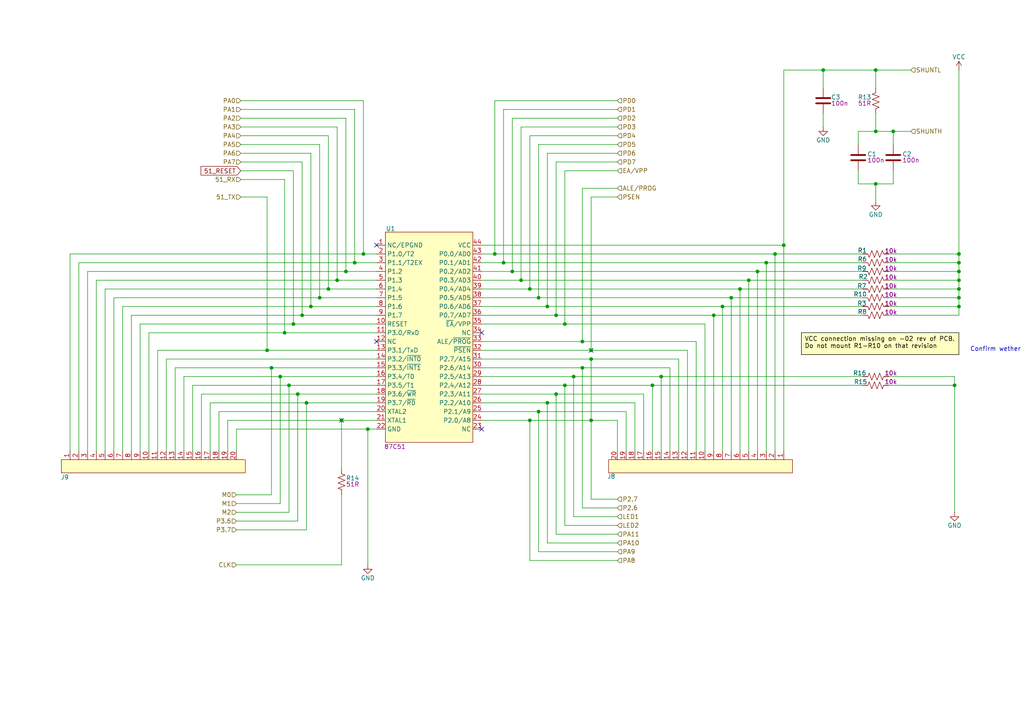
<source format=kicad_sch>
(kicad_sch (version 20231120) (generator "eeschema") (generator_version "8.0")
  (paper "A4")
  (lib_symbols
    (symbol "0603_Yageo_Res:RES_10k_0603" (pin_numbers hide)
      (property "Reference" "R" (at -20.32 5.08 0))
      (property "Display Value" "10k" (at 15.24 5.08 0))
      (symbol "RES_10k_0603_0_1"
        (polyline (pts (xy -2.286 0) (xy -2.54 0)))
        (polyline (pts (xy 2.286 0) (xy 2.54 0)))
        (polyline (pts (xy -2.286 0) (xy -1.905 1.016) (xy -1.524 0) (xy -1.143 -1.016) (xy -0.762 0)))
        (polyline (pts (xy -0.762 0) (xy -0.381 1.016) (xy 0 0) (xy 0.381 -1.016) (xy 0.762 0)))
        (polyline (pts (xy 0.762 0) (xy 1.143 1.016) (xy 1.524 0) (xy 1.905 -1.016) (xy 2.286 0)))
      )
      (symbol "RES_10k_0603_1_1"
        (pin passive line (at -3.81 0 0) (length 1.27) (name "~") (number "1"))
        (pin passive line (at 3.81 0 180) (length 1.27) (name "~") (number "2"))
      )
    )
    (symbol "0603_Yageo_Res:RES_51R_0603" (pin_numbers hide)
      (property "Reference" "R" (at -20.32 5.08 0))
      (property "Display Value" "51R" (at 15.24 5.08 0))
      (symbol "RES_51R_0603_0_1"
        (polyline (pts (xy -2.286 0) (xy -2.54 0)))
        (polyline (pts (xy 2.286 0) (xy 2.54 0)))
        (polyline (pts (xy -2.286 0) (xy -1.905 1.016) (xy -1.524 0) (xy -1.143 -1.016) (xy -0.762 0)))
        (polyline (pts (xy -0.762 0) (xy -0.381 1.016) (xy 0 0) (xy 0.381 -1.016) (xy 0.762 0)))
        (polyline (pts (xy 0.762 0) (xy 1.143 1.016) (xy 1.524 0) (xy 1.905 -1.016) (xy 2.286 0)))
      )
      (symbol "RES_51R_0603_1_1"
        (pin passive line (at -3.81 0 0) (length 1.27) (name "~") (number "1"))
        (pin passive line (at 3.81 0 180) (length 1.27) (name "~") (number "2"))
      )
    )
    (symbol "nae_caps:CAP_100n_6.3V_0603" (pin_numbers hide)
      (property "Reference" "C" (at -20.32 5.08 0))
      (property "Display Value" "100n" (at 15.24 5.08 0))
      (symbol "CAP_100n_6.3V_0603_0_1"
        (polyline (pts (xy -0.762 -2.032) (xy -0.762 2.032)) (stroke (width 0.508)))
        (polyline (pts (xy 0.762 -2.032) (xy 0.762 2.032)) (stroke (width 0.508)))
      )
      (symbol "CAP_100n_6.3V_0603_1_1"
        (pin passive line (at -3.81 0 0) (length 2.794) (name "~") (number "1"))
        (pin passive line (at 3.81 0 180) (length 2.794) (name "~") (number "2"))
      )
    )
    (symbol "power:GND" (power) (pin_numbers hide) (pin_names (offset 0) hide)
      (property "Value" "GND" (at 0 -3.81 0))
      (symbol "GND_0_1"
        (polyline (pts (xy 0 0) (xy 0 -1.27) (xy 1.27 -1.27) (xy 0 -2.54) (xy -1.27 -1.27) (xy 0 -1.27)))
      )
      (symbol "GND_1_1"
        (pin power_in line (at 0 0 270) (length 0) (name "~") (number "1"))
      )
    )
    (symbol "power:VCC" (power) (pin_numbers hide) (pin_names (offset 0) hide)
      (property "Value" "VCC" (at 0 3.556 0))
      (symbol "VCC_0_1"
        (polyline (pts (xy -0.762 1.27) (xy 0 2.54)))
        (polyline (pts (xy 0 0) (xy 0 2.54)))
        (polyline (pts (xy 0 2.54) (xy 0.762 1.27)))
      )
      (symbol "VCC_1_1"
        (pin power_in line (at 0 0 90) (length 0) (name "~") (number "1"))
      )
    )
    (symbol "tutorial_2_library:87C51_Socket"
      (property "Reference" "U" (at -11.43 5.08 0))
      (property "Display Value" "87C51" (at -10.16 -58.42 0))
      (symbol "87C51_Socket_1_1"
        (rectangle (start -12.7 3.81) (end 12.7 -57.15) (fill (type background)))
        (pin unspecified line (at -15.24 0 0) (length 2.54) (name "NC/EPGND") (number "1"))
        (pin unspecified line (at -15.24 -22.86 0) (length 2.54) (name "RESET") (number "10"))
        (pin unspecified line (at -15.24 -25.4 0) (length 2.54) (name "P3.0/RxD") (number "11"))
        (pin unspecified line (at -15.24 -27.94 0) (length 2.54) (name "NC") (number "12"))
        (pin unspecified line (at -15.24 -30.48 0) (length 2.54) (name "P3.1/TxD") (number "13"))
        (pin unspecified line (at -15.24 -33.02 0) (length 2.54) (name "P3.2/~{INT0}") (number "14"))
        (pin unspecified line (at -15.24 -35.56 0) (length 2.54) (name "P3.3/~{INT1}") (number "15"))
        (pin unspecified line (at -15.24 -38.1 0) (length 2.54) (name "P3.4/T0") (number "16"))
        (pin unspecified line (at -15.24 -40.64 0) (length 2.54) (name "P3.5/T1") (number "17"))
        (pin unspecified line (at -15.24 -43.18 0) (length 2.54) (name "P3.6/~{WR}") (number "18"))
        (pin unspecified line (at -15.24 -45.72 0) (length 2.54) (name "P3.7/~{RD}") (number "19"))
        (pin unspecified line (at -15.24 -2.54 0) (length 2.54) (name "P1.0/T2") (number "2"))
        (pin unspecified line (at -15.24 -48.26 0) (length 2.54) (name "XTAL2") (number "20"))
        (pin unspecified line (at -15.24 -50.8 0) (length 2.54) (name "XTAL1") (number "21"))
        (pin unspecified line (at -15.24 -53.34 0) (length 2.54) (name "GND") (number "22"))
        (pin unspecified line (at 15.24 -53.34 180) (length 2.54) (name "NC") (number "23"))
        (pin unspecified line (at 15.24 -50.8 180) (length 2.54) (name "P2.0/A8") (number "24"))
        (pin unspecified line (at 15.24 -48.26 180) (length 2.54) (name "P2.1/A9") (number "25"))
        (pin unspecified line (at 15.24 -45.72 180) (length 2.54) (name "P2.2/A10") (number "26"))
        (pin unspecified line (at 15.24 -43.18 180) (length 2.54) (name "P2.3/A11") (number "27"))
        (pin unspecified line (at 15.24 -40.64 180) (length 2.54) (name "P2.4/A12") (number "28"))
        (pin unspecified line (at 15.24 -38.1 180) (length 2.54) (name "P2.5/A13") (number "29"))
        (pin unspecified line (at -15.24 -5.08 0) (length 2.54) (name "P1.1/T2EX") (number "3"))
        (pin unspecified line (at 15.24 -35.56 180) (length 2.54) (name "P2.6/A14") (number "30"))
        (pin unspecified line (at 15.24 -33.02 180) (length 2.54) (name "P2.7/A15") (number "31"))
        (pin unspecified line (at 15.24 -30.48 180) (length 2.54) (name "~{PSEN}") (number "32"))
        (pin unspecified line (at 15.24 -27.94 180) (length 2.54) (name "ALE/~{PROG}") (number "33"))
        (pin unspecified line (at 15.24 -25.4 180) (length 2.54) (name "NC") (number "34"))
        (pin unspecified line (at 15.24 -22.86 180) (length 2.54) (name "~{EA}/VPP") (number "35"))
        (pin unspecified line (at 15.24 -20.32 180) (length 2.54) (name "P0.7/AD7") (number "36"))
        (pin unspecified line (at 15.24 -17.78 180) (length 2.54) (name "P0.6/AD6") (number "37"))
        (pin unspecified line (at 15.24 -15.24 180) (length 2.54) (name "P0.5/AD5") (number "38"))
        (pin unspecified line (at 15.24 -12.7 180) (length 2.54) (name "P0.4/AD4") (number "39"))
        (pin unspecified line (at -15.24 -7.62 0) (length 2.54) (name "P1.2") (number "4"))
        (pin unspecified line (at 15.24 -10.16 180) (length 2.54) (name "P0.3/AD3") (number "40"))
        (pin unspecified line (at 15.24 -7.62 180) (length 2.54) (name "P0.2/AD2") (number "41"))
        (pin unspecified line (at 15.24 -5.08 180) (length 2.54) (name "P0.1/AD1") (number "42"))
        (pin unspecified line (at 15.24 -2.54 180) (length 2.54) (name "P0.0/AD0") (number "43"))
        (pin unspecified line (at 15.24 0 180) (length 2.54) (name "VCC") (number "44"))
        (pin unspecified line (at -15.24 -10.16 0) (length 2.54) (name "P1.3") (number "5"))
        (pin unspecified line (at -15.24 -12.7 0) (length 2.54) (name "P1.4") (number "6"))
        (pin unspecified line (at -15.24 -15.24 0) (length 2.54) (name "P1.5") (number "7"))
        (pin unspecified line (at -15.24 -17.78 0) (length 2.54) (name "P1.6") (number "8"))
        (pin unspecified line (at -15.24 -20.32 0) (length 2.54) (name "P1.7") (number "9"))
      )
    )
    (symbol "tutorial_2_library:VERT_HDR_20_2.54mm"
      (property "Reference" "J" (at 1.27 3.81 0))
      (symbol "VERT_HDR_20_2.54mm_1_1"
        (rectangle (start 0 2.54) (end 3.81 -50.8) (fill (type background)))
        (pin unspecified line (at -2.54 0 0) (length 2.54) (name "") (number "1"))
        (pin unspecified line (at -2.54 -22.86 0) (length 2.54) (name "") (number "10"))
        (pin unspecified line (at -2.54 -25.4 0) (length 2.54) (name "") (number "11"))
        (pin unspecified line (at -2.54 -27.94 0) (length 2.54) (name "") (number "12"))
        (pin unspecified line (at -2.54 -30.48 0) (length 2.54) (name "") (number "13"))
        (pin unspecified line (at -2.54 -33.02 0) (length 2.54) (name "") (number "14"))
        (pin unspecified line (at -2.54 -35.56 0) (length 2.54) (name "") (number "15"))
        (pin unspecified line (at -2.54 -38.1 0) (length 2.54) (name "") (number "16"))
        (pin unspecified line (at -2.54 -40.64 0) (length 2.54) (name "") (number "17"))
        (pin unspecified line (at -2.54 -43.18 0) (length 2.54) (name "") (number "18"))
        (pin unspecified line (at -2.54 -45.72 0) (length 2.54) (name "") (number "19"))
        (pin unspecified line (at -2.54 -2.54 0) (length 2.54) (name "") (number "2"))
        (pin unspecified line (at -2.54 -48.26 0) (length 2.54) (name "") (number "20"))
        (pin unspecified line (at -2.54 -5.08 0) (length 2.54) (name "") (number "3"))
        (pin unspecified line (at -2.54 -7.62 0) (length 2.54) (name "") (number "4"))
        (pin unspecified line (at -2.54 -10.16 0) (length 2.54) (name "") (number "5"))
        (pin unspecified line (at -2.54 -12.7 0) (length 2.54) (name "") (number "6"))
        (pin unspecified line (at -2.54 -15.24 0) (length 2.54) (name "") (number "7"))
        (pin unspecified line (at -2.54 -17.78 0) (length 2.54) (name "") (number "8"))
        (pin unspecified line (at -2.54 -20.32 0) (length 2.54) (name "") (number "9"))
      )
    )
  )
  (junction (at 158.75 116.84))
  (junction (at 81.28 109.22))
  (junction (at 278.13 76.2))
  (junction (at 214.63 83.82))
  (junction (at 171.45 104.14))
  (junction (at 278.13 73.66))
  (junction (at 106.68 124.46))
  (junction (at 161.29 114.3))
  (junction (at 83.82 111.76))
  (junction (at 278.13 83.82))
  (junction (at 254 53.34))
  (junction (at 87.63 91.44))
  (junction (at 171.45 101.6))
  (junction (at 82.55 96.52))
  (junction (at 78.74 106.68))
  (junction (at 168.91 106.68))
  (junction (at 161.29 91.44))
  (junction (at 143.51 73.66))
  (junction (at 102.87 76.2))
  (junction (at 219.71 78.74))
  (junction (at 151.13 81.28))
  (junction (at 92.71 86.36))
  (junction (at 153.67 121.92))
  (junction (at 90.17 88.9))
  (junction (at 212.09 86.36))
  (junction (at 254 38.1))
  (junction (at 86.36 114.3))
  (junction (at 88.9 116.84))
  (junction (at 207.01 91.44))
  (junction (at 227.33 71.12))
  (junction (at 153.67 83.82))
  (junction (at 77.47 101.6))
  (junction (at 238.76 20.32))
  (junction (at 166.37 109.22))
  (junction (at 163.83 93.98))
  (junction (at 278.13 86.36))
  (junction (at 95.25 83.82))
  (junction (at 278.13 78.74))
  (junction (at 191.77 109.22))
  (junction (at 99.06 121.92))
  (junction (at 276.86 111.76))
  (junction (at 224.79 73.66))
  (junction (at 156.21 119.38))
  (junction (at 259.08 38.1))
  (junction (at 171.45 121.92))
  (junction (at 148.59 78.74))
  (junction (at 278.13 81.28))
  (junction (at 158.75 88.9))
  (junction (at 254 20.32))
  (junction (at 146.05 76.2))
  (junction (at 278.13 88.9))
  (junction (at 100.33 78.74))
  (junction (at 222.25 76.2))
  (junction (at 168.91 99.06))
  (junction (at 156.21 86.36))
  (junction (at 105.41 73.66))
  (junction (at 97.79 81.28))
  (junction (at 85.09 93.98))
  (junction (at 163.83 111.76))
  (junction (at 189.23 111.76))
  (junction (at 217.17 81.28))
  (junction (at 209.55 88.9))
  (no_connect (at 109.22 99.06))
  (no_connect (at 171.45 101.6))
  (no_connect (at 109.22 71.12))
  (no_connect (at 139.7 96.52))
  (no_connect (at 139.7 124.46))
  (no_connect (at 99.06 121.92))
  (wire (pts (xy 276.86 111.76) (xy 276.86 148.59)))
  (wire (pts (xy 88.9 116.84) (xy 109.22 116.84)))
  (wire (pts (xy 257.81 109.22) (xy 276.86 109.22)))
  (wire (pts (xy 33.02 86.36) (xy 33.02 130.81)))
  (wire (pts (xy 161.29 91.44) (xy 161.29 46.99)))
  (wire (pts (xy 38.1 91.44) (xy 38.1 130.81)))
  (wire (pts (xy 238.76 20.32) (xy 254 20.32)))
  (wire (pts (xy 163.83 93.98) (xy 163.83 49.53)))
  (wire (pts (xy 50.8 106.68) (xy 50.8 130.81)))
  (wire (pts (xy 102.87 31.75) (xy 69.85 31.75)))
  (wire (pts (xy 87.63 46.99) (xy 69.85 46.99)))
  (wire (pts (xy 227.33 20.32) (xy 238.76 20.32)))
  (wire (pts (xy 100.33 78.74) (xy 109.22 78.74)))
  (wire (pts (xy 139.7 99.06) (xy 168.91 99.06)))
  (wire (pts (xy 148.59 78.74) (xy 219.71 78.74)))
  (wire (pts (xy 83.82 111.76) (xy 109.22 111.76)))
  (wire (pts (xy 90.17 88.9) (xy 109.22 88.9)))
  (wire (pts (xy 250.19 76.2) (xy 222.25 76.2)))
  (wire (pts (xy 92.71 86.36) (xy 109.22 86.36)))
  (wire (pts (xy 163.83 111.76) (xy 163.83 152.4)))
  (wire (pts (xy 68.58 124.46) (xy 68.58 130.81)))
  (wire (pts (xy 254 38.1) (xy 259.08 38.1)))
  (wire (pts (xy 278.13 86.36) (xy 278.13 83.82)))
  (wire (pts (xy 166.37 109.22) (xy 191.77 109.22)))
  (wire (pts (xy 146.05 76.2) (xy 146.05 31.75)))
  (wire (pts (xy 254 20.32) (xy 254 25.4)))
  (wire (pts (xy 139.7 71.12) (xy 227.33 71.12)))
  (wire (pts (xy 168.91 106.68) (xy 168.91 147.32)))
  (wire (pts (xy 105.41 73.66) (xy 109.22 73.66)))
  (wire (pts (xy 139.7 73.66) (xy 143.51 73.66)))
  (wire (pts (xy 196.85 104.14) (xy 171.45 104.14)))
  (wire (pts (xy 278.13 76.2) (xy 278.13 73.66)))
  (wire (pts (xy 82.55 96.52) (xy 109.22 96.52)))
  (wire (pts (xy 168.91 106.68) (xy 194.31 106.68)))
  (wire (pts (xy 63.5 119.38) (xy 109.22 119.38)))
  (wire (pts (xy 189.23 111.76) (xy 250.19 111.76)))
  (wire (pts (xy 68.58 148.59) (xy 83.82 148.59)))
  (wire (pts (xy 257.81 76.2) (xy 278.13 76.2)))
  (wire (pts (xy 151.13 81.28) (xy 151.13 36.83)))
  (wire (pts (xy 156.21 86.36) (xy 212.09 86.36)))
  (wire (pts (xy 199.39 101.6) (xy 199.39 130.81)))
  (wire (pts (xy 100.33 78.74) (xy 100.33 34.29)))
  (wire (pts (xy 158.75 157.48) (xy 179.07 157.48)))
  (wire (pts (xy 181.61 130.81) (xy 181.61 119.38)))
  (wire (pts (xy 168.91 54.61) (xy 179.07 54.61)))
  (wire (pts (xy 35.56 88.9) (xy 90.17 88.9)))
  (wire (pts (xy 58.42 114.3) (xy 58.42 130.81)))
  (wire (pts (xy 27.94 81.28) (xy 27.94 130.81)))
  (wire (pts (xy 25.4 78.74) (xy 100.33 78.74)))
  (wire (pts (xy 207.01 130.81) (xy 207.01 91.44)))
  (wire (pts (xy 78.74 106.68) (xy 109.22 106.68)))
  (wire (pts (xy 139.7 78.74) (xy 148.59 78.74)))
  (wire (pts (xy 20.32 73.66) (xy 105.41 73.66)))
  (wire (pts (xy 69.85 52.07) (xy 82.55 52.07)))
  (wire (pts (xy 191.77 109.22) (xy 250.19 109.22)))
  (wire (pts (xy 257.81 83.82) (xy 278.13 83.82)))
  (wire (pts (xy 254 53.34) (xy 254 58.42)))
  (wire (pts (xy 276.86 109.22) (xy 276.86 111.76)))
  (wire (pts (xy 257.81 111.76) (xy 276.86 111.76)))
  (wire (pts (xy 83.82 111.76) (xy 83.82 148.59)))
  (wire (pts (xy 153.67 39.37) (xy 179.07 39.37)))
  (wire (pts (xy 27.94 81.28) (xy 97.79 81.28)))
  (wire (pts (xy 153.67 121.92) (xy 153.67 162.56)))
  (wire (pts (xy 171.45 101.6) (xy 171.45 57.15)))
  (wire (pts (xy 38.1 91.44) (xy 87.63 91.44)))
  (wire (pts (xy 161.29 154.94) (xy 179.07 154.94)))
  (wire (pts (xy 209.55 88.9) (xy 209.55 130.81)))
  (wire (pts (xy 33.02 86.36) (xy 92.71 86.36)))
  (wire (pts (xy 163.83 49.53) (xy 179.07 49.53)))
  (wire (pts (xy 97.79 81.28) (xy 97.79 36.83)))
  (wire (pts (xy 278.13 81.28) (xy 278.13 78.74)))
  (wire (pts (xy 153.67 83.82) (xy 153.67 39.37)))
  (wire (pts (xy 257.81 81.28) (xy 278.13 81.28)))
  (wire (pts (xy 163.83 152.4) (xy 179.07 152.4)))
  (wire (pts (xy 207.01 91.44) (xy 250.19 91.44)))
  (wire (pts (xy 278.13 20.32) (xy 278.13 73.66)))
  (wire (pts (xy 139.7 93.98) (xy 163.83 93.98)))
  (wire (pts (xy 153.67 121.92) (xy 171.45 121.92)))
  (wire (pts (xy 156.21 119.38) (xy 156.21 160.02)))
  (wire (pts (xy 257.81 78.74) (xy 278.13 78.74)))
  (wire (pts (xy 77.47 101.6) (xy 109.22 101.6)))
  (wire (pts (xy 184.15 130.81) (xy 184.15 116.84)))
  (wire (pts (xy 214.63 83.82) (xy 214.63 130.81)))
  (wire (pts (xy 163.83 111.76) (xy 189.23 111.76)))
  (wire (pts (xy 248.92 38.1) (xy 248.92 41.91)))
  (wire (pts (xy 139.7 86.36) (xy 156.21 86.36)))
  (wire (pts (xy 58.42 114.3) (xy 86.36 114.3)))
  (wire (pts (xy 161.29 114.3) (xy 161.29 154.94)))
  (wire (pts (xy 161.29 46.99) (xy 179.07 46.99)))
  (wire (pts (xy 257.81 73.66) (xy 278.13 73.66)))
  (wire (pts (xy 179.07 130.81) (xy 179.07 121.92)))
  (wire (pts (xy 171.45 57.15) (xy 179.07 57.15)))
  (wire (pts (xy 171.45 121.92) (xy 171.45 144.78)))
  (wire (pts (xy 53.34 109.22) (xy 53.34 130.81)))
  (wire (pts (xy 45.72 101.6) (xy 45.72 130.81)))
  (wire (pts (xy 158.75 88.9) (xy 158.75 44.45)))
  (wire (pts (xy 248.92 53.34) (xy 248.92 49.53)))
  (wire (pts (xy 156.21 41.91) (xy 179.07 41.91)))
  (wire (pts (xy 139.7 101.6) (xy 171.45 101.6)))
  (wire (pts (xy 257.81 88.9) (xy 278.13 88.9)))
  (wire (pts (xy 171.45 144.78) (xy 179.07 144.78)))
  (wire (pts (xy 35.56 88.9) (xy 35.56 130.81)))
  (wire (pts (xy 158.75 116.84) (xy 158.75 157.48)))
  (wire (pts (xy 161.29 91.44) (xy 207.01 91.44)))
  (wire (pts (xy 166.37 149.86) (xy 179.07 149.86)))
  (wire (pts (xy 139.7 116.84) (xy 158.75 116.84)))
  (wire (pts (xy 146.05 31.75) (xy 179.07 31.75)))
  (wire (pts (xy 68.58 153.67) (xy 88.9 153.67)))
  (wire (pts (xy 143.51 73.66) (xy 143.51 29.21)))
  (wire (pts (xy 238.76 33.02) (xy 238.76 36.83)))
  (wire (pts (xy 181.61 119.38) (xy 156.21 119.38)))
  (wire (pts (xy 68.58 143.51) (xy 78.74 143.51)))
  (wire (pts (xy 139.7 76.2) (xy 146.05 76.2)))
  (wire (pts (xy 238.76 20.32) (xy 238.76 25.4)))
  (wire (pts (xy 45.72 101.6) (xy 77.47 101.6)))
  (wire (pts (xy 278.13 88.9) (xy 278.13 86.36)))
  (wire (pts (xy 196.85 130.81) (xy 196.85 104.14)))
  (wire (pts (xy 20.32 73.66) (xy 20.32 130.81)))
  (wire (pts (xy 78.74 106.68) (xy 78.74 143.51)))
  (wire (pts (xy 68.58 146.05) (xy 81.28 146.05)))
  (wire (pts (xy 163.83 93.98) (xy 204.47 93.98)))
  (wire (pts (xy 143.51 73.66) (xy 224.79 73.66)))
  (wire (pts (xy 99.06 163.83) (xy 99.06 143.51)))
  (wire (pts (xy 156.21 119.38) (xy 139.7 119.38)))
  (wire (pts (xy 50.8 106.68) (xy 78.74 106.68)))
  (wire (pts (xy 66.04 121.92) (xy 99.06 121.92)))
  (wire (pts (xy 219.71 78.74) (xy 250.19 78.74)))
  (wire (pts (xy 217.17 130.81) (xy 217.17 81.28)))
  (wire (pts (xy 158.75 44.45) (xy 179.07 44.45)))
  (wire (pts (xy 95.25 83.82) (xy 95.25 39.37)))
  (wire (pts (xy 100.33 34.29) (xy 69.85 34.29)))
  (wire (pts (xy 88.9 116.84) (xy 88.9 153.67)))
  (wire (pts (xy 179.07 121.92) (xy 171.45 121.92)))
  (wire (pts (xy 222.25 76.2) (xy 222.25 130.81)))
  (wire (pts (xy 151.13 36.83) (xy 179.07 36.83)))
  (wire (pts (xy 95.25 83.82) (xy 109.22 83.82)))
  (wire (pts (xy 212.09 86.36) (xy 250.19 86.36)))
  (wire (pts (xy 85.09 93.98) (xy 85.09 49.53)))
  (wire (pts (xy 68.58 124.46) (xy 106.68 124.46)))
  (wire (pts (xy 139.7 114.3) (xy 161.29 114.3)))
  (wire (pts (xy 60.96 116.84) (xy 88.9 116.84)))
  (wire (pts (xy 53.34 109.22) (xy 81.28 109.22)))
  (wire (pts (xy 219.71 78.74) (xy 219.71 130.81)))
  (wire (pts (xy 95.25 39.37) (xy 69.85 39.37)))
  (wire (pts (xy 139.7 104.14) (xy 171.45 104.14)))
  (wire (pts (xy 259.08 38.1) (xy 259.08 41.91)))
  (wire (pts (xy 66.04 121.92) (xy 66.04 130.81)))
  (wire (pts (xy 139.7 106.68) (xy 168.91 106.68)))
  (wire (pts (xy 60.96 116.84) (xy 60.96 130.81)))
  (wire (pts (xy 191.77 130.81) (xy 191.77 109.22)))
  (wire (pts (xy 257.81 91.44) (xy 278.13 91.44)))
  (wire (pts (xy 254 53.34) (xy 248.92 53.34)))
  (wire (pts (xy 254 33.02) (xy 254 38.1)))
  (wire (pts (xy 92.71 41.91) (xy 69.85 41.91)))
  (wire (pts (xy 63.5 119.38) (xy 63.5 130.81)))
  (wire (pts (xy 92.71 86.36) (xy 92.71 41.91)))
  (wire (pts (xy 227.33 71.12) (xy 227.33 130.81)))
  (wire (pts (xy 105.41 29.21) (xy 69.85 29.21)))
  (wire (pts (xy 224.79 73.66) (xy 224.79 130.81)))
  (wire (pts (xy 87.63 91.44) (xy 87.63 46.99)))
  (wire (pts (xy 81.28 109.22) (xy 81.28 146.05)))
  (wire (pts (xy 259.08 53.34) (xy 254 53.34)))
  (wire (pts (xy 158.75 88.9) (xy 209.55 88.9)))
  (wire (pts (xy 81.28 109.22) (xy 109.22 109.22)))
  (wire (pts (xy 139.7 83.82) (xy 153.67 83.82)))
  (wire (pts (xy 161.29 114.3) (xy 186.69 114.3)))
  (wire (pts (xy 278.13 91.44) (xy 278.13 88.9)))
  (wire (pts (xy 86.36 114.3) (xy 109.22 114.3)))
  (wire (pts (xy 227.33 20.32) (xy 227.33 71.12)))
  (wire (pts (xy 278.13 78.74) (xy 278.13 76.2)))
  (wire (pts (xy 90.17 44.45) (xy 69.85 44.45)))
  (wire (pts (xy 212.09 130.81) (xy 212.09 86.36)))
  (wire (pts (xy 214.63 83.82) (xy 250.19 83.82)))
  (wire (pts (xy 139.7 81.28) (xy 151.13 81.28)))
  (wire (pts (xy 148.59 34.29) (xy 179.07 34.29)))
  (wire (pts (xy 156.21 86.36) (xy 156.21 41.91)))
  (wire (pts (xy 186.69 114.3) (xy 186.69 130.81)))
  (wire (pts (xy 153.67 162.56) (xy 179.07 162.56)))
  (wire (pts (xy 102.87 76.2) (xy 102.87 31.75)))
  (wire (pts (xy 248.92 38.1) (xy 254 38.1)))
  (wire (pts (xy 259.08 49.53) (xy 259.08 53.34)))
  (wire (pts (xy 139.7 109.22) (xy 166.37 109.22)))
  (wire (pts (xy 151.13 81.28) (xy 217.17 81.28)))
  (wire (pts (xy 257.81 86.36) (xy 278.13 86.36)))
  (wire (pts (xy 201.93 99.06) (xy 168.91 99.06)))
  (wire (pts (xy 143.51 29.21) (xy 179.07 29.21)))
  (wire (pts (xy 68.58 163.83) (xy 99.06 163.83)))
  (wire (pts (xy 201.93 130.81) (xy 201.93 99.06)))
  (wire (pts (xy 85.09 93.98) (xy 109.22 93.98)))
  (wire (pts (xy 194.31 106.68) (xy 194.31 130.81)))
  (wire (pts (xy 30.48 83.82) (xy 95.25 83.82)))
  (wire (pts (xy 106.68 124.46) (xy 106.68 163.83)))
  (wire (pts (xy 168.91 99.06) (xy 168.91 54.61)))
  (wire (pts (xy 204.47 93.98) (xy 204.47 130.81)))
  (wire (pts (xy 43.18 96.52) (xy 43.18 130.81)))
  (wire (pts (xy 30.48 83.82) (xy 30.48 130.81)))
  (wire (pts (xy 40.64 93.98) (xy 85.09 93.98)))
  (wire (pts (xy 166.37 109.22) (xy 166.37 149.86)))
  (wire (pts (xy 139.7 91.44) (xy 161.29 91.44)))
  (wire (pts (xy 87.63 91.44) (xy 109.22 91.44)))
  (wire (pts (xy 171.45 104.14) (xy 171.45 121.92)))
  (wire (pts (xy 68.58 151.13) (xy 86.36 151.13)))
  (wire (pts (xy 99.06 121.92) (xy 99.06 135.89)))
  (wire (pts (xy 168.91 147.32) (xy 179.07 147.32)))
  (wire (pts (xy 48.26 104.14) (xy 48.26 130.81)))
  (wire (pts (xy 25.4 78.74) (xy 25.4 130.81)))
  (wire (pts (xy 171.45 101.6) (xy 199.39 101.6)))
  (wire (pts (xy 139.7 111.76) (xy 163.83 111.76)))
  (wire (pts (xy 77.47 101.6) (xy 77.47 57.15)))
  (wire (pts (xy 209.55 88.9) (xy 250.19 88.9)))
  (wire (pts (xy 97.79 81.28) (xy 109.22 81.28)))
  (wire (pts (xy 97.79 36.83) (xy 69.85 36.83)))
  (wire (pts (xy 139.7 88.9) (xy 158.75 88.9)))
  (wire (pts (xy 224.79 73.66) (xy 250.19 73.66)))
  (wire (pts (xy 148.59 78.74) (xy 148.59 34.29)))
  (wire (pts (xy 153.67 83.82) (xy 214.63 83.82)))
  (wire (pts (xy 55.88 111.76) (xy 55.88 130.81)))
  (wire (pts (xy 278.13 83.82) (xy 278.13 81.28)))
  (wire (pts (xy 40.64 93.98) (xy 40.64 130.81)))
  (wire (pts (xy 22.86 76.2) (xy 102.87 76.2)))
  (wire (pts (xy 85.09 49.53) (xy 69.85 49.53)))
  (wire (pts (xy 146.05 76.2) (xy 222.25 76.2)))
  (wire (pts (xy 105.41 29.21) (xy 105.41 73.66)))
  (wire (pts (xy 264.16 38.1) (xy 259.08 38.1)))
  (wire (pts (xy 189.23 111.76) (xy 189.23 130.81)))
  (wire (pts (xy 156.21 160.02) (xy 179.07 160.02)))
  (wire (pts (xy 77.47 57.15) (xy 69.85 57.15)))
  (wire (pts (xy 86.36 114.3) (xy 86.36 151.13)))
  (wire (pts (xy 22.86 76.2) (xy 22.86 130.81)))
  (wire (pts (xy 99.06 121.92) (xy 109.22 121.92)))
  (wire (pts (xy 43.18 96.52) (xy 82.55 96.52)))
  (wire (pts (xy 139.7 121.92) (xy 153.67 121.92)))
  (wire (pts (xy 48.26 104.14) (xy 109.22 104.14)))
  (wire (pts (xy 102.87 76.2) (xy 109.22 76.2)))
  (wire (pts (xy 82.55 96.52) (xy 82.55 52.07)))
  (wire (pts (xy 106.68 124.46) (xy 109.22 124.46)))
  (wire (pts (xy 217.17 81.28) (xy 250.19 81.28)))
  (wire (pts (xy 90.17 88.9) (xy 90.17 44.45)))
  (wire (pts (xy 55.88 111.76) (xy 83.82 111.76)))
  (wire (pts (xy 264.16 20.32) (xy 254 20.32)))
  (wire (pts (xy 158.75 116.84) (xy 184.15 116.84)))
  (text_box "VCC connection missing on -02 rev of PCB.\nDo not mount R1-R10 on that revision" (at 232.41 96.52 0) (size 45.72 6.35) (stroke (width 0) (color 0 0 0 1)) (fill (type color) (color 255 255 194 1)) (effects (font (size 1.27 1.27)) (justify left top)))
  (text "Not loving this set up unsure how to make it clearer with the hirearchical labels\n" (at 73.406 -3.302 0) (effects (font (size 1.27 1.27))))
  (text "Confirm wether R1-R10 should be mounted as note on 308 schematic says 02 rev DNM\n" (at 324.866 101.346 0) (effects (font (size 1.27 1.27))))
  (global_label "51_RESET" (shape input) (at 69.85 49.53 180) (property "Intersheetrefs" "${INTERSHEET_REFS}" (effects (hide yes))))
  (hierarchical_label "PA7" (shape input) (at 69.85 46.99 180))
  (hierarchical_label "M2" (shape input) (at 68.58 148.59 180))
  (hierarchical_label "EA{slash}VPP" (shape input) (at 179.07 49.53 0))
  (hierarchical_label "P2.6" (shape input) (at 179.07 147.32 0))
  (hierarchical_label "SHUNTH" (shape input) (at 264.16 38.1 0))
  (hierarchical_label "M1" (shape input) (at 68.58 146.05 180))
  (hierarchical_label "CLK" (shape input) (at 68.58 163.83 180))
  (hierarchical_label "PD0" (shape input) (at 179.07 29.21 0))
  (hierarchical_label "51_TX" (shape input) (at 69.85 57.15 180))
  (hierarchical_label "LED1" (shape input) (at 179.07 149.86 0))
  (hierarchical_label "PSEN" (shape input) (at 179.07 57.15 0))
  (hierarchical_label "M0" (shape input) (at 68.58 143.51 180))
  (hierarchical_label "PA5" (shape input) (at 69.85 41.91 180))
  (hierarchical_label "51_RX" (shape input) (at 69.85 52.07 180))
  (hierarchical_label "SHUNTL" (shape input) (at 264.16 20.32 0))
  (hierarchical_label "PA1" (shape input) (at 69.85 31.75 180))
  (hierarchical_label "PD7" (shape input) (at 179.07 46.99 0))
  (hierarchical_label "PA8" (shape input) (at 179.07 162.56 0))
  (hierarchical_label "PA10" (shape input) (at 179.07 157.48 0))
  (hierarchical_label "PA3" (shape input) (at 69.85 36.83 180))
  (hierarchical_label "P2.7" (shape input) (at 179.07 144.78 0))
  (hierarchical_label "LED2" (shape input) (at 179.07 152.4 0))
  (hierarchical_label "PA6" (shape input) (at 69.85 44.45 180))
  (hierarchical_label "PD6" (shape input) (at 179.07 44.45 0))
  (hierarchical_label "PA4" (shape input) (at 69.85 39.37 180))
  (hierarchical_label "PA0" (shape input) (at 69.85 29.21 180))
  (hierarchical_label "PD2" (shape input) (at 179.07 34.29 0))
  (hierarchical_label "PD5" (shape input) (at 179.07 41.91 0))
  (hierarchical_label "PD4" (shape input) (at 179.07 39.37 0))
  (hierarchical_label "P3.6" (shape input) (at 68.58 151.13 180))
  (hierarchical_label "ALE{slash}PROG" (shape input) (at 179.07 54.61 0))
  (hierarchical_label "PA2" (shape input) (at 69.85 34.29 180))
  (hierarchical_label "P3.7" (shape input) (at 68.58 153.67 180))
  (hierarchical_label "PD1" (shape input) (at 179.07 31.75 0))
  (hierarchical_label "PA11" (shape input) (at 179.07 154.94 0))
  (hierarchical_label "PA9" (shape input) (at 179.07 160.02 0))
  (hierarchical_label "PD3" (shape input) (at 179.07 36.83 0))
  (symbol (lib_id "power:VCC") (at 278.13 20.32 0) (unit 1)
    (property "Reference" "#PWR019" (effects (hide yes)))
    (property "Value" "VCC" (at 278.13 16.51 0))
    (property "Description" "Power symbol creates a global label with name \"VCC\"" (effects (hide yes)))
  )
  (symbol (lib_id "power:GND") (at 254 58.42 0) (mirror y) (unit 1)
    (property "Reference" "#PWR021" (effects (hide yes)))
    (property "Value" "GND" (at 254 62.23 0))
    (property "Description" "Power symbol creates a global label with name \"GND\" , ground" (effects (hide yes)))
  )
  (symbol (lib_id "0603_Yageo_Res:RES_10k_0603") (at 254 109.22 180) (unit 1)
    (property "Reference" "R16" (at 247.396 108.204 0) (effects (justify right)))
    (property "Value" "RES_10k_0603" (effects (hide yes)))
    (property "Footprint" "Resistor_SMD:R_0603_1608Metric" (effects (hide yes)))
    (property "Datasheet" "https://www.yageo.com/upload/media/product/products/datasheet/rchip/PYu-RC_Group_51_RoHS_L_12.pdf" (effects (hide yes)))
    (property "Description" "RES 10K OHM 1% 1/10W 0603" (effects (hide yes)))
    (property "Display Value" "10k" (at 256.54 108.204 0) (effects (justify right)))
    (property "Manufacturer" "YAGEO" (effects (hide yes)))
    (property "Manufacturer Part Number" "RC0603FR-0710KL" (effects (hide yes)))
    (property "Supplier 1" "DigiKey" (effects (hide yes)))
    (property "Supplier 1 Part Number" "311-10.0KHRCT-ND" (effects (hide yes)))
    (property "Supplier 2" "no_data" (effects (hide yes)))
    (property "Supplier 2 Part Number" "no_data" (effects (hide yes)))
  )
  (symbol (lib_id "tutorial_2_library:87C51_Socket") (at 124.46 71.12 0) (unit 1)
    (property "Reference" "U1" (at 113.284 66.294 0))
    (property "Value" "87C51" (effects (hide yes)))
    (property "Footprint" "Package_LCC:PLCC-44_THT-Socket" (effects (hide yes)))
    (property "Datasheet" "https://multimedia.3m.com/mws/media/358813O/3m-chip-carrier-sockets-lp-4-row-t-h-8400-series-ts2148.pdf" (effects (hide yes)))
    (property "Description" "CONN SOCKET PLCC 44POS TIN" (effects (hide yes)))
    (property "Display Value" "87C51" (at 114.554 129.54 0))
    (property "Manufacturer" "3M" (effects (hide yes)))
    (property "Manufacturer Part Number" "8444-11B1-RK-TP" (effects (hide yes)))
    (property "Supplier 1" "DigiKey" (effects (hide yes)))
    (property "Supplier 1 Part Number" "3M4411B1-ND" (effects (hide yes)))
  )
  (symbol (lib_id "0603_Yageo_Res:RES_10k_0603") (at 254 73.66 0) (mirror x) (unit 1)
    (property "Reference" "R1" (at 251.46 72.644 0) (effects (justify right)))
    (property "Value" "RES_10k_0603" (effects (hide yes)))
    (property "Footprint" "Resistor_SMD:R_0603_1608Metric" (effects (hide yes)))
    (property "Datasheet" "https://www.yageo.com/upload/media/product/products/datasheet/rchip/PYu-RC_Group_51_RoHS_L_12.pdf" (effects (hide yes)))
    (property "Description" "RES 10K OHM 1% 1/10W 0603" (effects (hide yes)))
    (property "Display Value" "10k" (at 260.223 72.771 0) (effects (justify right)))
    (property "Manufacturer" "YAGEO" (effects (hide yes)))
    (property "Manufacturer Part Number" "RC0603FR-0710KL" (effects (hide yes)))
    (property "Supplier 1" "DigiKey" (effects (hide yes)))
    (property "Supplier 1 Part Number" "311-10.0KHRCT-ND" (effects (hide yes)))
    (property "Supplier 2" "no_data" (effects (hide yes)))
    (property "Supplier 2 Part Number" "no_data" (effects (hide yes)))
  )
  (symbol (lib_id "tutorial_2_library:VERT_HDR_20_2.54mm") (at 227.33 133.35 270) (unit 1)
    (property "Reference" "J8" (at 177.292 138.176 90))
    (property "Value" "68000-220HLF" (effects (hide yes)))
    (property "Footprint" "Connector_PinHeader_2.54mm:PinHeader_1x20_P2.54mm_Vertical" (effects (hide yes)))
    (property "Datasheet" "https://cdn.amphenol-cs.com/media/wysiwyg/files/documentation/datasheet/boardwiretoboard/bwb_bergstik.pdf" (effects (hide yes)))
    (property "Description" "CONN HEADER VERT 20POS 2.54MM" (effects (hide yes)))
    (property "Display Value" "68000-220HLF" (effects (hide yes)))
    (property "Manufacturer" "Amphenol ICC (FCI)" (effects (hide yes)))
    (property "Manufacturer Part Number" "68000-220HLF" (effects (hide yes)))
    (property "Supplier 1" "DigiKey" (effects (hide yes)))
    (property "Supplier 1 Part Number" "609-5100-ND" (effects (hide yes)))
  )
  (symbol (lib_id "0603_Yageo_Res:RES_10k_0603") (at 254 76.2 0) (mirror x) (unit 1)
    (property "Reference" "R6" (at 251.46 75.184 0) (effects (justify right)))
    (property "Value" "RES_10k_0603" (effects (hide yes)))
    (property "Footprint" "Resistor_SMD:R_0603_1608Metric" (effects (hide yes)))
    (property "Datasheet" "https://www.yageo.com/upload/media/product/products/datasheet/rchip/PYu-RC_Group_51_RoHS_L_12.pdf" (effects (hide yes)))
    (property "Description" "RES 10K OHM 1% 1/10W 0603" (effects (hide yes)))
    (property "Display Value" "10k" (at 260.223 75.311 0) (effects (justify right)))
    (property "Manufacturer" "YAGEO" (effects (hide yes)))
    (property "Manufacturer Part Number" "RC0603FR-0710KL" (effects (hide yes)))
    (property "Supplier 1" "DigiKey" (effects (hide yes)))
    (property "Supplier 1 Part Number" "311-10.0KHRCT-ND" (effects (hide yes)))
    (property "Supplier 2" "no_data" (effects (hide yes)))
    (property "Supplier 2 Part Number" "no_data" (effects (hide yes)))
  )
  (symbol (lib_id "0603_Yageo_Res:RES_10k_0603") (at 254 86.36 0) (mirror x) (unit 1)
    (property "Reference" "R10" (at 251.46 85.344 0) (effects (justify right)))
    (property "Value" "RES_10k_0603" (effects (hide yes)))
    (property "Footprint" "Resistor_SMD:R_0603_1608Metric" (effects (hide yes)))
    (property "Datasheet" "https://www.yageo.com/upload/media/product/products/datasheet/rchip/PYu-RC_Group_51_RoHS_L_12.pdf" (effects (hide yes)))
    (property "Description" "RES 10K OHM 1% 1/10W 0603" (effects (hide yes)))
    (property "Display Value" "10k" (at 260.223 85.471 0) (effects (justify right)))
    (property "Manufacturer" "YAGEO" (effects (hide yes)))
    (property "Manufacturer Part Number" "RC0603FR-0710KL" (effects (hide yes)))
    (property "Supplier 1" "DigiKey" (effects (hide yes)))
    (property "Supplier 1 Part Number" "311-10.0KHRCT-ND" (effects (hide yes)))
    (property "Supplier 2" "no_data" (effects (hide yes)))
    (property "Supplier 2 Part Number" "no_data" (effects (hide yes)))
  )
  (symbol (lib_id "nae_caps:CAP_100n_6.3V_0603") (at 259.08 45.72 270) (mirror x) (unit 1)
    (property "Reference" "C2" (at 264.414 44.704 90) (effects (justify right)))
    (property "Value" "CAP_100n_6.3V_0603" (effects (hide yes)))
    (property "Footprint" "Capacitor_SMD:C_0603_1608Metric" (effects (hide yes)))
    (property "Datasheet" "https://www.yageo.com/upload/media/product/productsearch/datasheet/mlcc/UPY-GPHC_X7R_6.3V-to-250V_24.pdf" (effects (hide yes)))
    (property "Description" "CAP CER 0.1UF 6.3V X7R 0603" (effects (hide yes)))
    (property "Display Value" "100n" (at 266.7 46.4819 90) (effects (justify right)))
    (property "Manufacturer" "YAGEO" (effects (hide yes)))
    (property "Manufacturer Part Number" "CC0603KRX7R5BB104" (effects (hide yes)))
    (property "Supplier 1" "DigiKey" (effects (hide yes)))
    (property "Supplier 1 Part Number" "13-CC0603KRX7R5BB104CT-ND" (effects (hide yes)))
    (property "Supplier 2" "no_data" (effects (hide yes)))
    (property "Supplier 2 Part Number" "no_data" (effects (hide yes)))
  )
  (symbol (lib_id "0603_Yageo_Res:RES_10k_0603") (at 254 81.28 0) (mirror x) (unit 1)
    (property "Reference" "R2" (at 251.714 80.2641 0) (effects (justify right)))
    (property "Value" "RES_10k_0603" (effects (hide yes)))
    (property "Footprint" "Resistor_SMD:R_0603_1608Metric" (effects (hide yes)))
    (property "Datasheet" "https://www.yageo.com/upload/media/product/products/datasheet/rchip/PYu-RC_Group_51_RoHS_L_12.pdf" (effects (hide yes)))
    (property "Description" "RES 10K OHM 1% 1/10W 0603" (effects (hide yes)))
    (property "Display Value" "10k" (at 260.223 80.391 0) (effects (justify right)))
    (property "Manufacturer" "YAGEO" (effects (hide yes)))
    (property "Manufacturer Part Number" "RC0603FR-0710KL" (effects (hide yes)))
    (property "Supplier 1" "DigiKey" (effects (hide yes)))
    (property "Supplier 1 Part Number" "311-10.0KHRCT-ND" (effects (hide yes)))
    (property "Supplier 2" "no_data" (effects (hide yes)))
    (property "Supplier 2 Part Number" "no_data" (effects (hide yes)))
  )
  (symbol (lib_id "0603_Yageo_Res:RES_10k_0603") (at 254 111.76 180) (unit 1)
    (property "Reference" "R15" (at 247.65 110.744 0) (effects (justify right)))
    (property "Value" "RES_10k_0603" (effects (hide yes)))
    (property "Footprint" "Resistor_SMD:R_0603_1608Metric" (effects (hide yes)))
    (property "Datasheet" "https://www.yageo.com/upload/media/product/products/datasheet/rchip/PYu-RC_Group_51_RoHS_L_12.pdf" (effects (hide yes)))
    (property "Description" "RES 10K OHM 1% 1/10W 0603" (effects (hide yes)))
    (property "Display Value" "10k" (at 256.54 110.744 0) (effects (justify right)))
    (property "Manufacturer" "YAGEO" (effects (hide yes)))
    (property "Manufacturer Part Number" "RC0603FR-0710KL" (effects (hide yes)))
    (property "Supplier 1" "DigiKey" (effects (hide yes)))
    (property "Supplier 1 Part Number" "311-10.0KHRCT-ND" (effects (hide yes)))
    (property "Supplier 2" "no_data" (effects (hide yes)))
    (property "Supplier 2 Part Number" "no_data" (effects (hide yes)))
  )
  (symbol (lib_id "power:GND") (at 276.86 148.59 0) (unit 1)
    (property "Reference" "#PWR020" (effects (hide yes)))
    (property "Value" "GND" (at 276.86 152.4 0))
    (property "Description" "Power symbol creates a global label with name \"GND\" , ground" (effects (hide yes)))
  )
  (symbol (lib_id "0603_Yageo_Res:RES_10k_0603") (at 254 91.44 0) (mirror x) (unit 1)
    (property "Reference" "R8" (at 251.46 90.424 0) (effects (justify right)))
    (property "Value" "RES_10k_0603" (effects (hide yes)))
    (property "Footprint" "Resistor_SMD:R_0603_1608Metric" (effects (hide yes)))
    (property "Datasheet" "https://www.yageo.com/upload/media/product/products/datasheet/rchip/PYu-RC_Group_51_RoHS_L_12.pdf" (effects (hide yes)))
    (property "Description" "RES 10K OHM 1% 1/10W 0603" (effects (hide yes)))
    (property "Display Value" "10k" (at 260.223 90.551 0) (effects (justify right)))
    (property "Manufacturer" "YAGEO" (effects (hide yes)))
    (property "Manufacturer Part Number" "RC0603FR-0710KL" (effects (hide yes)))
    (property "Supplier 1" "DigiKey" (effects (hide yes)))
    (property "Supplier 1 Part Number" "311-10.0KHRCT-ND" (effects (hide yes)))
    (property "Supplier 2" "no_data" (effects (hide yes)))
    (property "Supplier 2 Part Number" "no_data" (effects (hide yes)))
  )
  (symbol (lib_id "0603_Yageo_Res:RES_10k_0603") (at 254 88.9 0) (mirror x) (unit 1)
    (property "Reference" "R3" (at 251.333 88.011 0) (effects (justify right)))
    (property "Value" "RES_10k_0603" (effects (hide yes)))
    (property "Footprint" "Resistor_SMD:R_0603_1608Metric" (effects (hide yes)))
    (property "Datasheet" "https://www.yageo.com/upload/media/product/products/datasheet/rchip/PYu-RC_Group_51_RoHS_L_12.pdf" (effects (hide yes)))
    (property "Description" "RES 10K OHM 1% 1/10W 0603" (effects (hide yes)))
    (property "Display Value" "10k" (at 260.223 88.011 0) (effects (justify right)))
    (property "Manufacturer" "YAGEO" (effects (hide yes)))
    (property "Manufacturer Part Number" "RC0603FR-0710KL" (effects (hide yes)))
    (property "Supplier 1" "DigiKey" (effects (hide yes)))
    (property "Supplier 1 Part Number" "311-10.0KHRCT-ND" (effects (hide yes)))
    (property "Supplier 2" "no_data" (effects (hide yes)))
    (property "Supplier 2 Part Number" "no_data" (effects (hide yes)))
  )
  (symbol (lib_id "power:GND") (at 238.76 36.83 0) (unit 1)
    (property "Reference" "#PWR012" (effects (hide yes)))
    (property "Value" "GND" (at 238.76 40.64 0))
    (property "Description" "Power symbol creates a global label with name \"GND\" , ground" (effects (hide yes)))
  )
  (symbol (lib_id "0603_Yageo_Res:RES_10k_0603") (at 254 83.82 0) (mirror x) (unit 1)
    (property "Reference" "R7" (at 251.333 82.931 0) (effects (justify right)))
    (property "Value" "RES_10k_0603" (effects (hide yes)))
    (property "Footprint" "Resistor_SMD:R_0603_1608Metric" (effects (hide yes)))
    (property "Datasheet" "https://www.yageo.com/upload/media/product/products/datasheet/rchip/PYu-RC_Group_51_RoHS_L_12.pdf" (effects (hide yes)))
    (property "Description" "RES 10K OHM 1% 1/10W 0603" (effects (hide yes)))
    (property "Display Value" "10k" (at 260.223 82.931 0) (effects (justify right)))
    (property "Manufacturer" "YAGEO" (effects (hide yes)))
    (property "Manufacturer Part Number" "RC0603FR-0710KL" (effects (hide yes)))
    (property "Supplier 1" "DigiKey" (effects (hide yes)))
    (property "Supplier 1 Part Number" "311-10.0KHRCT-ND" (effects (hide yes)))
    (property "Supplier 2" "no_data" (effects (hide yes)))
    (property "Supplier 2 Part Number" "no_data" (effects (hide yes)))
  )
  (symbol (lib_id "nae_caps:CAP_100n_6.3V_0603") (at 238.76 29.21 90) (unit 1)
    (property "Reference" "C3" (at 241.046 28.1941 90) (effects (justify right)))
    (property "Value" "CAP_100n_6.3V_0603" (effects (hide yes)))
    (property "Footprint" "Capacitor_SMD:C_0603_1608Metric" (effects (hide yes)))
    (property "Datasheet" "https://www.yageo.com/upload/media/product/productsearch/datasheet/mlcc/UPY-GPHC_X7R_6.3V-to-250V_24.pdf" (effects (hide yes)))
    (property "Description" "CAP CER 0.1UF 6.3V X7R 0603" (effects (hide yes)))
    (property "Display Value" "100n" (at 241.046 29.972 90) (effects (justify right)))
    (property "Manufacturer" "YAGEO" (effects (hide yes)))
    (property "Manufacturer Part Number" "CC0603KRX7R5BB104" (effects (hide yes)))
    (property "Supplier 1" "DigiKey" (effects (hide yes)))
    (property "Supplier 1 Part Number" "13-CC0603KRX7R5BB104CT-ND" (effects (hide yes)))
    (property "Supplier 2" "no_data" (effects (hide yes)))
    (property "Supplier 2 Part Number" "no_data" (effects (hide yes)))
  )
  (symbol (lib_id "power:GND") (at 106.68 163.83 0) (unit 1)
    (property "Reference" "#PWR018" (effects (hide yes)))
    (property "Value" "GND" (at 106.68 167.64 0))
    (property "Description" "Power symbol creates a global label with name \"GND\" , ground" (effects (hide yes)))
  )
  (symbol (lib_id "0603_Yageo_Res:RES_51R_0603") (at 254 29.21 270) (mirror x) (unit 1)
    (property "Reference" "R13" (at 252.73 28.1941 90) (effects (justify right)))
    (property "Value" "RES_51R_0603" (effects (hide yes)))
    (property "Footprint" "Resistor_SMD:R_0603_1608Metric" (effects (hide yes)))
    (property "Datasheet" "https://www.yageo.com/upload/media/product/products/datasheet/rchip/PYu-RC_Group_51_RoHS_L_12.pdf" (effects (hide yes)))
    (property "Description" "RES 51 OHM 1% 1/10W 0603" (effects (hide yes)))
    (property "Display Value" "51R" (at 252.73 29.972 90) (effects (justify right)))
    (property "Manufacturer" "YAGEO" (effects (hide yes)))
    (property "Manufacturer Part Number" "RC0603FR-0751RL" (effects (hide yes)))
    (property "Supplier 1" "DigiKey" (effects (hide yes)))
    (property "Supplier 1 Part Number" "311-51.0HRCT-ND" (effects (hide yes)))
    (property "Supplier 2" "no_data" (effects (hide yes)))
    (property "Supplier 2 Part Number" "no_data" (effects (hide yes)))
  )
  (symbol (lib_id "0603_Yageo_Res:RES_10k_0603") (at 254 78.74 0) (mirror x) (unit 1)
    (property "Reference" "R9" (at 251.333 77.851 0) (effects (justify right)))
    (property "Value" "RES_10k_0603" (effects (hide yes)))
    (property "Footprint" "Resistor_SMD:R_0603_1608Metric" (effects (hide yes)))
    (property "Datasheet" "https://www.yageo.com/upload/media/product/products/datasheet/rchip/PYu-RC_Group_51_RoHS_L_12.pdf" (effects (hide yes)))
    (property "Description" "RES 10K OHM 1% 1/10W 0603" (effects (hide yes)))
    (property "Display Value" "10k" (at 260.223 77.851 0) (effects (justify right)))
    (property "Manufacturer" "YAGEO" (effects (hide yes)))
    (property "Manufacturer Part Number" "RC0603FR-0710KL" (effects (hide yes)))
    (property "Supplier 1" "DigiKey" (effects (hide yes)))
    (property "Supplier 1 Part Number" "311-10.0KHRCT-ND" (effects (hide yes)))
    (property "Supplier 2" "no_data" (effects (hide yes)))
    (property "Supplier 2 Part Number" "no_data" (effects (hide yes)))
  )
  (symbol (lib_id "0603_Yageo_Res:RES_51R_0603") (at 99.06 139.7 90) (unit 1)
    (property "Reference" "R14" (at 100.33 138.6841 90) (effects (justify right)))
    (property "Value" "RES_51R_0603" (effects (hide yes)))
    (property "Footprint" "Resistor_SMD:R_0603_1608Metric" (effects (hide yes)))
    (property "Datasheet" "https://www.yageo.com/upload/media/product/products/datasheet/rchip/PYu-RC_Group_51_RoHS_L_12.pdf" (effects (hide yes)))
    (property "Description" "RES 51 OHM 1% 1/10W 0603" (effects (hide yes)))
    (property "Display Value" "51R" (at 100.33 140.462 90) (effects (justify right)))
    (property "Manufacturer" "YAGEO" (effects (hide yes)))
    (property "Manufacturer Part Number" "RC0603FR-0751RL" (effects (hide yes)))
    (property "Supplier 1" "DigiKey" (effects (hide yes)))
    (property "Supplier 1 Part Number" "311-51.0HRCT-ND" (effects (hide yes)))
    (property "Supplier 2" "no_data" (effects (hide yes)))
    (property "Supplier 2 Part Number" "no_data" (effects (hide yes)))
  )
  (symbol (lib_id "nae_caps:CAP_100n_6.3V_0603") (at 248.92 45.72 270) (mirror x) (unit 1)
    (property "Reference" "C1" (at 254.254 44.704 90) (effects (justify right)))
    (property "Value" "CAP_100n_6.3V_0603" (effects (hide yes)))
    (property "Footprint" "Capacitor_SMD:C_0603_1608Metric" (effects (hide yes)))
    (property "Datasheet" "https://www.yageo.com/upload/media/product/productsearch/datasheet/mlcc/UPY-GPHC_X7R_6.3V-to-250V_24.pdf" (effects (hide yes)))
    (property "Description" "CAP CER 0.1UF 6.3V X7R 0603" (effects (hide yes)))
    (property "Display Value" "100n" (at 256.54 46.4819 90) (effects (justify right)))
    (property "Manufacturer" "YAGEO" (effects (hide yes)))
    (property "Manufacturer Part Number" "CC0603KRX7R5BB104" (effects (hide yes)))
    (property "Supplier 1" "DigiKey" (effects (hide yes)))
    (property "Supplier 1 Part Number" "13-CC0603KRX7R5BB104CT-ND" (effects (hide yes)))
    (property "Supplier 2" "no_data" (effects (hide yes)))
    (property "Supplier 2 Part Number" "no_data" (effects (hide yes)))
  )
  (symbol (lib_id "tutorial_2_library:VERT_HDR_20_2.54mm") (at 20.32 133.35 90) (mirror x) (unit 1)
    (property "Reference" "J9" (at 18.796 138.43 90))
    (property "Value" "68000-220HLF" (effects (hide yes)))
    (property "Footprint" "Connector_PinHeader_2.54mm:PinHeader_1x20_P2.54mm_Vertical" (effects (hide yes)))
    (property "Datasheet" "https://cdn.amphenol-cs.com/media/wysiwyg/files/documentation/datasheet/boardwiretoboard/bwb_bergstik.pdf" (effects (hide yes)))
    (property "Description" "CONN HEADER VERT 20POS 2.54MM" (effects (hide yes)))
    (property "Display Value" "68000-220HLF" (effects (hide yes)))
    (property "Manufacturer" "Amphenol ICC (FCI)" (effects (hide yes)))
    (property "Manufacturer Part Number" "68000-220HLF" (effects (hide yes)))
    (property "Supplier 1" "DigiKey" (effects (hide yes)))
    (property "Supplier 1 Part Number" "609-5100-ND" (effects (hide yes)))
  )
)
</source>
